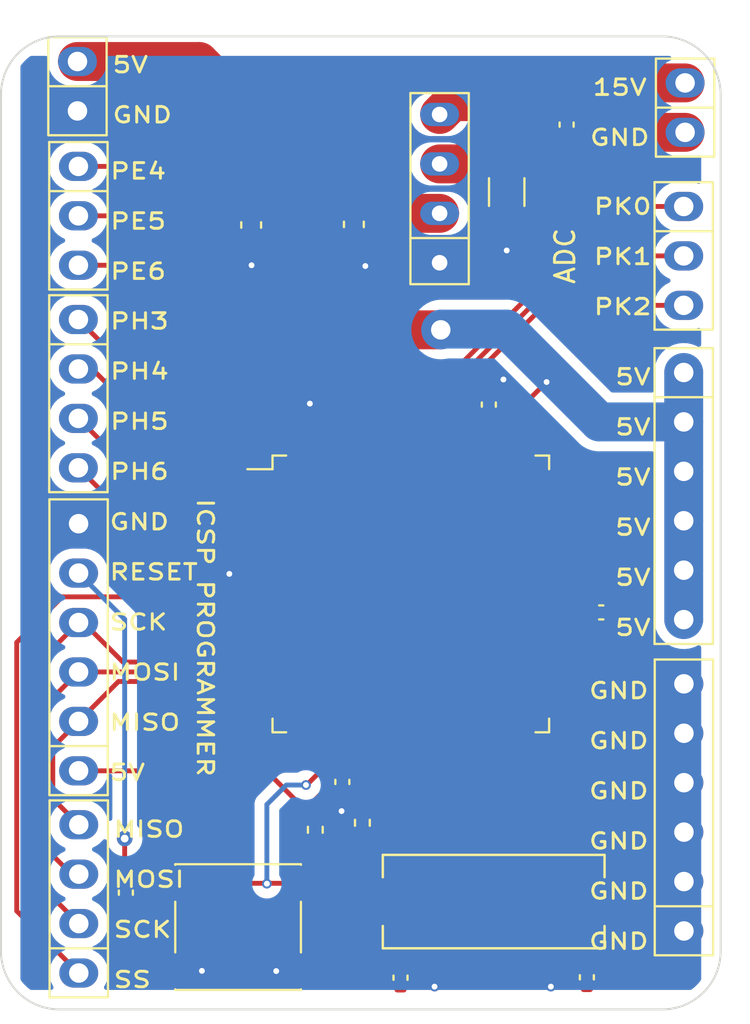
<source format=kicad_pcb>
(kicad_pcb (version 20211014) (generator pcbnew)
  (layers (0 "F.Cu" signal) (31 "B.Cu" signal) (34 "B.Paste" user) (35 "F.Paste" user) (36 "B.SilkS" user "B.Silkscreen") (37 "F.SilkS" user "F.Silkscreen") (38 "B.Mask" user) (39 "F.Mask" user) (44 "Edge.Cuts" user))
  (net 0 "")
  (net 1 "XTAL1")
  (net 2 "GND")
  (net 3 "Net-(C102-Pad1)")
  (net 4 "RESET")
  (net 5 "+5V")
  (net 6 "Net-(C202-Pad1)")
  (net 7 "Net-(C203-Pad2)")
  (net 8 "+15V")
  (net 9 "Net-(J101-Pad1)")
  (net 10 "Net-(J101-Pad2)")
  (net 11 "Net-(J101-Pad3)")
  (net 12 "Net-(J101-Pad4)")
  (net 13 "SS")
  (net 14 "SCK")
  (net 15 "MOSI")
  (net 16 "MISO")
  (net 17 "Net-(J103-Pad1)")
  (net 18 "Net-(J103-Pad2)")
  (net 19 "Net-(J103-Pad3)")
  (net 20 "Net-(J105-Pad1)")
  (net 21 "Net-(J105-Pad2)")
  (net 22 "Net-(J105-Pad3)")
  (net 39 "XTAL2")
  (footprint "Capacitor_SMD:C_0402_1005Metric" (layer "F.Cu") (at 88.42 106 -90)
    (fp_text reference "C103")
    (fp_text value "22pF")
    (pad "1" smd roundrect (at -0.48 0 270) (size 0.56 0.62) (layers "F.Cu" "F.Paste" "F.Mask") (net 4 "RESET"))
    (pad "2" smd roundrect (at 0.48 0 270) (size 0.56 0.62) (layers "F.Cu" "F.Paste" "F.Mask") (net 2 "GND"))
  )
  (footprint "Button_Switch_SMD:SW_SPST_PTS645" (layer "F.Cu") (at 94.19 107.77)
    (fp_text reference "SW101")
    (fp_text value "RESET")
    (pad "1" smd rect (at 3.98 -2.25) (size 1.55 1.3) (layers "F.Cu" "F.Paste" "F.Mask") (net 4 "RESET"))
    (pad "1" smd rect (at -3.98 -2.25) (size 1.55 1.3) (layers "F.Cu" "F.Paste" "F.Mask") (net 4 "RESET"))
    (pad "2" smd rect (at 3.98 2.25) (size 1.55 1.3) (layers "F.Cu" "F.Paste" "F.Mask") (net 2 "GND"))
    (pad "2" smd rect (at -3.98 2.25) (size 1.55 1.3) (layers "F.Cu" "F.Paste" "F.Mask") (net 2 "GND"))
  )
  (footprint "Footprints:SIP-4_1mm Hole" (layer "F.Cu") (at 85.98 80.36 -90)
    (fp_text reference "J101")
    (fp_text value "Conn_01x04")
    (pad "1" thru_hole oval (at -3.81 0 270) (size 1.5 2) (drill 1) (layers *.Cu *.Mask) (net 9 "Net-(J101-Pad1)"))
    (pad "2" thru_hole oval (at -1.27 0 270) (size 1.5 2) (drill 1) (layers *.Cu *.Mask) (net 10 "Net-(J101-Pad2)"))
    (pad "3" thru_hole oval (at 1.27 0 270) (size 1.5 2) (drill 1) (layers *.Cu *.Mask) (net 11 "Net-(J101-Pad3)"))
    (pad "4" thru_hole oval (at 3.81 0 270) (size 1.5 2) (drill 1) (layers *.Cu *.Mask) (net 12 "Net-(J101-Pad4)"))
  )
  (footprint "Capacitor_SMD:C_0402_1005Metric" (layer "F.Cu") (at 107.08 80.92 90)
    (fp_text reference "C104")
    (fp_text value "100n")
    (pad "1" smd roundrect (at -0.48 0 90) (size 0.56 0.62) (layers "F.Cu" "F.Paste" "F.Mask") (net 5 "+5V"))
    (pad "2" smd roundrect (at 0.48 0 90) (size 0.56 0.62) (layers "F.Cu" "F.Paste" "F.Mask") (net 2 "GND"))
  )
  (footprint "Capacitor_SMD:C_0402_1005Metric" (layer "F.Cu") (at 112.86 91.6)
    (fp_text reference "C106")
    (fp_text value "100n")
    (pad "1" smd roundrect (at -0.48 0) (size 0.56 0.62) (layers "F.Cu" "F.Paste" "F.Mask") (net 5 "+5V"))
    (pad "2" smd roundrect (at 0.48 0) (size 0.56 0.62) (layers "F.Cu" "F.Paste" "F.Mask") (net 2 "GND"))
  )
  (footprint "Oscillator:XTAL_ECS-160-S-5PX-TR" (layer "F.Cu") (at 107.33 106.46)
    (fp_text reference "Y101")
    (fp_text value "16 MHz")
    (pad "1" smd rect (at -4.75 0) (size 5.5 2) (layers "F.Cu" "F.Paste" "F.Mask") (net 3 "Net-(C102-Pad1)"))
    (pad "2" smd rect (at 4.75 0) (size 5.5 2) (layers "F.Cu" "F.Paste" "F.Mask") (net 1 "XTAL1"))
  )
  (footprint "Footprints:SIP-4_1mm Hole" (layer "F.Cu") (at 86 106.32 90)
    (fp_text reference "J102")
    (fp_text value "Conn_01x04")
    (pad "1" thru_hole oval (at -3.81 0 90) (size 1.5 2) (drill 1) (layers *.Cu *.Mask) (net 13 "SS"))
    (pad "2" thru_hole oval (at -1.27 0 90) (size 1.5 2) (drill 1) (layers *.Cu *.Mask) (net 14 "SCK"))
    (pad "3" thru_hole oval (at 1.27 0 90) (size 1.5 2) (drill 1) (layers *.Cu *.Mask) (net 15 "MOSI"))
    (pad "4" thru_hole oval (at 3.81 0 90) (size 1.5 2) (drill 1) (layers *.Cu *.Mask) (net 16 "MISO"))
  )
  (footprint "Footprints:SIP-6_1mm_2.54mm" (layer "F.Cu") (at 85.99 93.39 90)
    (fp_text reference "J104")
    (fp_text value "ICSP_Connector")
    (pad "1" thru_hole oval (at -6.35 0 90) (size 1.5 2) (drill 1) (layers *.Cu *.Mask) (net 5 "+5V"))
    (pad "2" thru_hole oval (at -3.81 0 90) (size 1.5 2) (drill 1) (layers *.Cu *.Mask) (net 16 "MISO"))
    (pad "3" thru_hole oval (at -1.27 0 90) (size 1.5 2) (drill 1) (layers *.Cu *.Mask) (net 15 "MOSI"))
    (pad "4" thru_hole oval (at 1.27 0 90) (size 1.5 2) (drill 1) (layers *.Cu *.Mask) (net 14 "SCK"))
    (pad "5" thru_hole oval (at 3.81 0 90) (size 1.5 2) (drill 1) (layers *.Cu *.Mask) (net 4 "RESET"))
    (pad "6" thru_hole oval (at 6.35 0 90) (size 1.5 2) (drill 1) (layers *.Cu *.Mask) (net 2 "GND"))
  )
  (footprint "Capacitor_SMD:C_0603_1608Metric" (layer "F.Cu") (at 94.862712 71.69 -90)
    (fp_text reference "C201")
    (fp_text value "4.7uF/25V")
    (pad "1" smd roundrect (at -0.775 0 270) (size 0.9 0.95) (layers "F.Cu" "F.Paste" "F.Mask") (net 5 "+5V"))
    (pad "2" smd roundrect (at 0.775 0 270) (size 0.9 0.95) (layers "F.Cu" "F.Paste" "F.Mask") (net 2 "GND"))
  )
  (footprint "Resistor_SMD:R_0402_1005Metric" (layer "F.Cu") (at 98.16 102.77 90)
    (fp_text reference "R102")
    (fp_text value "10K")
    (pad "1" smd roundrect (at -0.51 0 90) (size 0.54 0.64) (layers "F.Cu" "F.Paste" "F.Mask") (net 4 "RESET"))
    (pad "2" smd roundrect (at 0.51 0 90) (size 0.54 0.64) (layers "F.Cu" "F.Paste" "F.Mask") (net 5 "+5V"))
  )
  (footprint "Footprints:IND_1919(4848)" (layer "F.Cu") (at 97.052712 65.86 90)
    (fp_text reference "L201")
    (fp_text value "L_Ferrite")
    (pad "1" smd custom (at 0 -2.295 90) (size 0.5 0.5) (layers "F.Cu") (net 5 "+5V") (options (clearance outline) (anchor rect)) (primitives (gr_poly (pts (xy 2.65 1.545) (xy 1.65 1.545) (xy 1.62 1.484) (xy 1.588 1.423) (xy 1.553 1.364) (xy 1.516 1.306) (xy 1.476 1.25) (xy 1.435 1.194) (xy 1.392 1.141) (xy 1.346 1.089) (xy 1.299 1.039) (xy 1.25 0.991) (xy 1.199 0.945) (xy 1.146 0.901) (xy 1.092 0.858) (xy 1.036 0.818) (xy 0.979 0.78) (xy 0.92 0.744) (xy 0.86 0.711) (xy 0.799 0.679) (xy 0.736 0.65) (xy 0.673 0.624) (xy 0.608 0.599) (xy 0.543 0.578) (xy 0.477 0.558) (xy 0.41 0.542) (xy 0.343 0.527) (xy 0.275 0.516) (xy 0.207 0.507) (xy 0.138 0.5) (xy 0.07 0.496) (xy 0 0.495) (xy -0.07 0.496) (xy -0.138 0.5) (xy -0.207 0.507) (xy -0.275 0.516) (xy -0.343 0.527) (xy -0.41 0.542) (xy -0.477 0.558) (xy -0.543 0.578) (xy -0.608 0.599) (xy -0.673 0.624) (xy -0.736 0.65) (xy -0.799 0.679) (xy -0.86 0.711) (xy -0.92 0.744) (xy -0.979 0.78) (xy -1.036 0.818) (xy -1.092 0.858) (xy -1.146 0.901) (xy -1.199 0.945) (xy -1.25 0.991) (xy -1.299 1.039) (xy -1.346 1.089) (xy -1.392 1.141) (xy -1.435 1.194) (xy -1.476 1.25) (xy -1.516 1.306) (xy -1.553 1.364) (xy -1.588 1.423) (xy -1.62 1.484) (xy -1.65 1.545) (xy -2.65 1.545) (xy -2.65 -0.455) (xy 2.65 -0.455)) (width 0) (fill yes))))
    (pad "2" smd custom (at 0 2.295 90) (size 0.5 0.5) (layers "F.Cu") (net 6 "Net-(C202-Pad1)") (options (clearance outline) (anchor rect)) (primitives (gr_poly (pts (xy -1.62 -1.484) (xy -1.588 -1.423) (xy -1.553 -1.364) (xy -1.516 -1.306) (xy -1.476 -1.25) (xy -1.435 -1.194) (xy -1.392 -1.141) (xy -1.346 -1.089) (xy -1.299 -1.039) (xy -1.25 -0.991) (xy -1.199 -0.945) (xy -1.146 -0.901) (xy -1.092 -0.858) (xy -1.036 -0.818) (xy -0.979 -0.78) (xy -0.92 -0.744) (xy -0.86 -0.711) (xy -0.799 -0.679) (xy -0.736 -0.65) (xy -0.673 -0.624) (xy -0.608 -0.599) (xy -0.543 -0.578) (xy -0.477 -0.558) (xy -0.41 -0.542) (xy -0.343 -0.527) (xy -0.275 -0.516) (xy -0.207 -0.507) (xy -0.138 -0.5) (xy -0.07 -0.496) (xy 0 -0.495) (xy 0.07 -0.496) (xy 0.138 -0.5) (xy 0.207 -0.507) (xy 0.275 -0.516) (xy 0.343 -0.527) (xy 0.41 -0.542) (xy 0.477 -0.558) (xy 0.543 -0.578) (xy 0.608 -0.599) (xy 0.673 -0.624) (xy 0.736 -0.65) (xy 0.799 -0.679) (xy 0.86 -0.711) (xy 0.92 -0.744) (xy 0.979 -0.78) (xy 1.036 -0.818) (xy 1.092 -0.858) (xy 1.146 -0.901) (xy 1.199 -0.945) (xy 1.25 -0.991) (xy 1.299 -1.039) (xy 1.346 -1.089) (xy 1.392 -1.141) (xy 1.435 -1.194) (xy 1.476 -1.25) (xy 1.516 -1.306) (xy 1.553 -1.364) (xy 1.588 -1.423) (xy 1.62 -1.484) (xy 1.65 -1.545) (xy 2.65 -1.545) (xy 2.65 0.455) (xy -2.65 0.455) (xy -2.65 -1.545) (xy -1.65 -1.545)) (width 0) (fill yes))))
  )
  (footprint "Capacitor_SMD:C_1206_3216Metric" (layer "F.Cu") (at 108 70 90)
    (fp_text reference "C203")
    (fp_text value "270pF/2KV")
    (pad "1" smd roundrect (at -1.475 0 90) (size 1.15 1.8) (layers "F.Cu" "F.Paste" "F.Mask") (roundrect_rratio 0.2173913043) (net 2 "GND"))
    (pad "2" smd roundrect (at 1.475 0 90) (size 1.15 1.8) (layers "F.Cu" "F.Paste" "F.Mask") (roundrect_rratio 0.2173913043) (net 7 "Net-(C203-Pad2)"))
  )
  (footprint "Capacitor_SMD:C_0402_1005Metric" (layer "F.Cu") (at 112.12 110.35 -90)
    (fp_text reference "C101")
    (fp_text value "22pF")
    (pad "1" smd roundrect (at -0.48 0 270) (size 0.56 0.62) (layers "F.Cu" "F.Paste" "F.Mask") (net 1 "XTAL1"))
    (pad "2" smd roundrect (at 0.48 0 270) (size 0.56 0.62) (layers "F.Cu" "F.Paste" "F.Mask") (net 2 "GND"))
  )
  (footprint "Resistor_SMD:R_0402_1005Metric" (layer "F.Cu") (at 100.58 102.41 90)
    (fp_text reference "R101")
    (fp_text value "27R")
    (pad "1" smd roundrect (at -0.51 0 90) (size 0.54 0.64) (layers "F.Cu" "F.Paste" "F.Mask") (net 3 "Net-(C102-Pad1)"))
    (pad "2" smd roundrect (at 0.51 0 90) (size 0.54 0.64) (layers "F.Cu" "F.Paste" "F.Mask") (net 39 "XTAL2"))
  )
  (footprint "Package_QFP:TQFP-100_14x14mm_P0.5mm" (layer "F.Cu") (at 103.07 90.65)
    (fp_text reference "U101")
    (fp_text value "ATmega2560V-8A")
    (pad "1" smd roundrect (at -7.6625 -6) (size 1.475 0.3) (layers "F.Cu" "F.Paste" "F.Mask"))
    (pad "2" smd roundrect (at -7.6625 -5.5) (size 1.475 0.3) (layers "F.Cu" "F.Paste" "F.Mask"))
    (pad "3" smd roundrect (at -7.6625 -5) (size 1.475 0.3) (layers "F.Cu" "F.Paste" "F.Mask"))
    (pad "4" smd roundrect (at -7.6625 -4.5) (size 1.475 0.3) (layers "F.Cu" "F.Paste" "F.Mask"))
    (pad "5" smd roundrect (at -7.6625 -4) (size 1.475 0.3) (layers "F.Cu" "F.Paste" "F.Mask"))
    (pad "6" smd roundrect (at -7.6625 -3.5) (size 1.475 0.3) (layers "F.Cu" "F.Paste" "F.Mask") (net 17 "Net-(J103-Pad1)"))
    (pad "7" smd roundrect (at -7.6625 -3) (size 1.475 0.3) (layers "F.Cu" "F.Paste" "F.Mask") (net 18 "Net-(J103-Pad2)"))
    (pad "8" smd roundrect (at -7.6625 -2.5) (size 1.475 0.3) (layers "F.Cu" "F.Paste" "F.Mask") (net 19 "Net-(J103-Pad3)"))
    (pad "9" smd roundrect (at -7.6625 -2) (size 1.475 0.3) (layers "F.Cu" "F.Paste" "F.Mask"))
    (pad "10" smd roundrect (at -7.6625 -1.5) (size 1.475 0.3) (layers "F.Cu" "F.Paste" "F.Mask") (net 5 "+5V"))
    (pad "11" smd roundrect (at -7.6625 -1) (size 1.475 0.3) (layers "F.Cu" "F.Paste" "F.Mask") (net 2 "GND"))
    (pad "12" smd roundrect (at -7.6625 -0.5) (size 1.475 0.3) (layers "F.Cu" "F.Paste" "F.Mask"))
    (pad "13" smd roundrect (at -7.6625 0) (size 1.475 0.3) (layers "F.Cu" "F.Paste" "F.Mask"))
    (pad "14" smd roundrect (at -7.6625 0.5) (size 1.475 0.3) (layers "F.Cu" "F.Paste" "F.Mask"))
    (pad "15" smd roundrect (at -7.6625 1) (size 1.475 0.3) (layers "F.Cu" "F.Paste" "F.Mask") (net 9 "Net-(J101-Pad1)"))
    (pad "16" smd roundrect (at -7.6625 1.5) (size 1.475 0.3) (layers "F.Cu" "F.Paste" "F.Mask") (net 10 "Net-(J101-Pad2)"))
    (pad "17" smd roundrect (at -7.6625 2) (size 1.475 0.3) (layers "F.Cu" "F.Paste" "F.Mask") (net 11 "Net-(J101-Pad3)"))
    (pad "18" smd roundrect (at -7.6625 2.5) (size 1.475 0.3) (layers "F.Cu" "F.Paste" "F.Mask") (net 12 "Net-(J101-Pad4)"))
    (pad "19" smd roundrect (at -7.6625 3) (size 1.475 0.3) (layers "F.Cu" "F.Paste" "F.Mask") (net 13 "SS"))
    (pad "20" smd roundrect (at -7.6625 3.5) (size 1.475 0.3) (layers "F.Cu" "F.Paste" "F.Mask") (net 14 "SCK"))
    (pad "21" smd roundrect (at -7.6625 4) (size 1.475 0.3) (layers "F.Cu" "F.Paste" "F.Mask") (net 15 "MOSI"))
    (pad "22" smd roundrect (at -7.6625 4.5) (size 1.475 0.3) (layers "F.Cu" "F.Paste" "F.Mask") (net 16 "MISO"))
    (pad "23" smd roundrect (at -7.6625 5) (size 1.475 0.3) (layers "F.Cu" "F.Paste" "F.Mask"))
    (pad "24" smd roundrect (at -7.6625 5.5) (size 1.475 0.3) (layers "F.Cu" "F.Paste" "F.Mask"))
    (pad "25" smd roundrect (at -7.6625 6) (size 1.475 0.3) (layers "F.Cu" "F.Paste" "F.Mask"))
    (pad "26" smd roundrect (at -6 7.6625) (size 0.3 1.475) (layers "F.Cu" "F.Paste" "F.Mask"))
    (pad "27" smd roundrect (at -5.5 7.6625) (size 0.3 1.475) (layers "F.Cu" "F.Paste" "F.Mask"))
    (pad "28" smd roundrect (at -5 7.6625) (size 0.3 1.475) (layers "F.Cu" "F.Paste" "F.Mask"))
    (pad "29" smd roundrect (at -4.5 7.6625) (size 0.3 1.475) (layers "F.Cu" "F.Paste" "F.Mask"))
    (pad "30" smd roundrect (at -4 7.6625) (size 0.3 1.475) (layers "F.Cu" "F.Paste" "F.Mask") (net 4 "RESET"))
    (pad "31" smd roundrect (at -3.5 7.6625) (size 0.3 1.475) (layers "F.Cu" "F.Paste" "F.Mask") (net 5 "+5V"))
    (pad "32" smd roundrect (at -3 7.6625) (size 0.3 1.475) (layers "F.Cu" "F.Paste" "F.Mask") (net 2 "GND"))
    (pad "33" smd roundrect (at -2.5 7.6625) (size 0.3 1.475) (layers "F.Cu" "F.Paste" "F.Mask") (net 39 "XTAL2"))
    (pad "34" smd roundrect (at -2 7.6625) (size 0.3 1.475) (layers "F.Cu" "F.Paste" "F.Mask") (net 1 "XTAL1"))
    (pad "35" smd roundrect (at -1.5 7.6625) (size 0.3 1.475) (layers "F.Cu" "F.Paste" "F.Mask"))
    (pad "36" smd roundrect (at -1 7.6625) (size 0.3 1.475) (layers "F.Cu" "F.Paste" "F.Mask"))
    (pad "37" smd roundrect (at -0.5 7.6625) (size 0.3 1.475) (layers "F.Cu" "F.Paste" "F.Mask"))
    (pad "38" smd roundrect (at 0 7.6625) (size 0.3 1.475) (layers "F.Cu" "F.Paste" "F.Mask"))
    (pad "39" smd roundrect (at 0.5 7.6625) (size 0.3 1.475) (layers "F.Cu" "F.Paste" "F.Mask"))
    (pad "40" smd roundrect (at 1 7.6625) (size 0.3 1.475) (layers "F.Cu" "F.Paste" "F.Mask"))
    (pad "41" smd roundrect (at 1.5 7.6625) (size 0.3 1.475) (layers "F.Cu" "F.Paste" "F.Mask"))
    (pad "42" smd roundrect (at 2 7.6625) (size 0.3 1.475) (layers "F.Cu" "F.Paste" "F.Mask"))
    (pad "43" smd roundrect (at 2.5 7.6625) (size 0.3 1.475) (layers "F.Cu" "F.Paste" "F.Mask"))
    (pad "44" smd roundrect (at 3 7.6625) (size 0.3 1.475) (layers "F.Cu" "F.Paste" "F.Mask"))
    (pad "45" smd roundrect (at 3.5 7.6625) (size 0.3 1.475) (layers "F.Cu" "F.Paste" "F.Mask"))
    (pad "46" smd roundrect (at 4 7.6625) (size 0.3 1.475) (layers "F.Cu" "F.Paste" "F.Mask"))
    (pad "47" smd roundrect (at 4.5 7.6625) (size 0.3 1.475) (layers "F.Cu" "F.Paste" "F.Mask"))
    (pad "48" smd roundrect (at 5 7.6625) (size 0.3 1.475) (layers "F.Cu" "F.Paste" "F.Mask"))
    (pad "49" smd roundrect (at 5.5 7.6625) (size 0.3 1.475) (layers "F.Cu" "F.Paste" "F.Mask"))
    (pad "50" smd roundrect (at 6 7.6625) (size 0.3 1.475) (layers "F.Cu" "F.Paste" "F.Mask"))
    (pad "51" smd roundrect (at 7.6625 6) (size 1.475 0.3) (layers "F.Cu" "F.Paste" "F.Mask"))
    (pad "52" smd roundrect (at 7.6625 5.5) (size 1.475 0.3) (layers "F.Cu" "F.Paste" "F.Mask"))
    (pad "53" smd roundrect (at 7.6625 5) (size 1.475 0.3) (layers "F.Cu" "F.Paste" "F.Mask"))
    (pad "54" smd roundrect (at 7.6625 4.5) (size 1.475 0.3) (layers "F.Cu" "F.Paste" "F.Mask"))
    (pad "55" smd roundrect (at 7.6625 4) (size 1.475 0.3) (layers "F.Cu" "F.Paste" "F.Mask"))
    (pad "56" smd roundrect (at 7.6625 3.5) (size 1.475 0.3) (layers "F.Cu" "F.Paste" "F.Mask"))
    (pad "57" smd roundrect (at 7.6625 3) (size 1.475 0.3) (layers "F.Cu" "F.Paste" "F.Mask"))
    (pad "58" smd roundrect (at 7.6625 2.5) (size 1.475 0.3) (layers "F.Cu" "F.Paste" "F.Mask"))
    (pad "59" smd roundrect (at 7.6625 2) (size 1.475 0.3) (layers "F.Cu" "F.Paste" "F.Mask"))
    (pad "60" smd roundrect (at 7.6625 1.5) (size 1.475 0.3) (layers "F.Cu" "F.Paste" "F.Mask"))
    (pad "61" smd roundrect (at 7.6625 1) (size 1.475 0.3) (layers "F.Cu" "F.Paste" "F.Mask") (net 5 "+5V"))
    (pad "62" smd roundrect (at 7.6625 0.5) (size 1.475 0.3) (layers "F.Cu" "F.Paste" "F.Mask") (net 2 "GND"))
    (pad "63" smd roundrect (at 7.6625 0) (size 1.475 0.3) (layers "F.Cu" "F.Paste" "F.Mask"))
    (pad "64" smd roundrect (at 7.6625 -0.5) (size 1.475 0.3) (layers "F.Cu" "F.Paste" "F.Mask"))
    (pad "65" smd roundrect (at 7.6625 -1) (size 1.475 0.3) (layers "F.Cu" "F.Paste" "F.Mask"))
    (pad "66" smd roundrect (at 7.6625 -1.5) (size 1.475 0.3) (layers "F.Cu" "F.Paste" "F.Mask"))
    (pad "67" smd roundrect (at 7.6625 -2) (size 1.475 0.3) (layers "F.Cu" "F.Paste" "F.Mask"))
    (pad "68" smd roundrect (at 7.6625 -2.5) (size 1.475 0.3) (layers "F.Cu" "F.Paste" "F.Mask"))
    (pad "69" smd roundrect (at 7.6625 -3) (size 1.475 0.3) (layers "F.Cu" "F.Paste" "F.Mask"))
    (pad "70" smd roundrect (at 7.6625 -3.5) (size 1.475 0.3) (layers "F.Cu" "F.Paste" "F.Mask"))
    (pad "71" smd roundrect (at 7.6625 -4) (size 1.475 0.3) (layers "F.Cu" "F.Paste" "F.Mask"))
    (pad "72" smd roundrect (at 7.6625 -4.5) (size 1.475 0.3) (layers "F.Cu" "F.Paste" "F.Mask"))
    (pad "73" smd roundrect (at 7.6625 -5) (size 1.475 0.3) (layers "F.Cu" "F.Paste" "F.Mask"))
    (pad "74" smd roundrect (at 7.6625 -5.5) (size 1.475 0.3) (layers "F.Cu" "F.Paste" "F.Mask"))
    (pad "75" smd roundrect (at 7.6625 -6) (size 1.475 0.3) (layers "F.Cu" "F.Paste" "F.Mask"))
    (pad "76" smd roundrect (at 6 -7.6625) (size 0.3 1.475) (layers "F.Cu" "F.Paste" "F.Mask"))
    (pad "77" smd roundrect (at 5.5 -7.6625) (size 0.3 1.475) (layers "F.Cu" "F.Paste" "F.Mask"))
    (pad "78" smd roundrect (at 5 -7.6625) (size 0.3 1.475) (layers "F.Cu" "F.Paste" "F.Mask"))
    (pad "79" smd roundrect (at 4.5 -7.6625) (size 0.3 1.475) (layers "F.Cu" "F.Paste" "F.Mask"))
    (pad "80" smd roundrect (at 4 -7.6625) (size 0.3 1.475) (layers "F.Cu" "F.Paste" "F.Mask") (net 5 "+5V"))
    (pad "81" smd roundrect (at 3.5 -7.6625) (size 0.3 1.475) (layers "F.Cu" "F.Paste" "F.Mask") (net 2 "GND"))
    (pad "82" smd roundrect (at 3 -7.6625) (size 0.3 1.475) (layers "F.Cu" "F.Paste" "F.Mask"))
    (pad "83" smd roundrect (at 2.5 -7.6625) (size 0.3 1.475) (layers "F.Cu" "F.Paste" "F.Mask"))
    (pad "84" smd roundrect (at 2 -7.6625) (size 0.3 1.475) (layers "F.Cu" "F.Paste" "F.Mask"))
    (pad "85" smd roundrect (at 1.5 -7.6625) (size 0.3 1.475) (layers "F.Cu" "F.Paste" "F.Mask"))
    (pad "86" smd roundrect (at 1 -7.6625) (size 0.3 1.475) (layers "F.Cu" "F.Paste" "F.Mask"))
    (pad "87" smd roundrect (at 0.5 -7.6625) (size 0.3 1.475) (layers "F.Cu" "F.Paste" "F.Mask") (net 22 "Net-(J105-Pad3)"))
    (pad "88" smd roundrect (at 0 -7.6625) (size 0.3 1.475) (layers "F.Cu" "F.Paste" "F.Mask") (net 21 "Net-(J105-Pad2)"))
    (pad "89" smd roundrect (at -0.5 -7.6625) (size 0.3 1.475) (layers "F.Cu" "F.Paste" "F.Mask") (net 20 "Net-(J105-Pad1)"))
    (pad "90" smd roundrect (at -1 -7.6625) (size 0.3 1.475) (layers "F.Cu" "F.Paste" "F.Mask"))
    (pad "91" smd roundrect (at -1.5 -7.6625) (size 0.3 1.475) (layers "F.Cu" "F.Paste" "F.Mask"))
    (pad "92" smd roundrect (at -2 -7.6625) (size 0.3 1.475) (layers "F.Cu" "F.Paste" "F.Mask"))
    (pad "93" smd roundrect (at -2.5 -7.6625) (size 0.3 1.475) (layers "F.Cu" "F.Paste" "F.Mask"))
    (pad "94" smd roundrect (at -3 -7.6625) (size 0.3 1.475) (layers "F.Cu" "F.Paste" "F.Mask"))
    (pad "95" smd roundrect (at -3.5 -7.6625) (size 0.3 1.475) (layers "F.Cu" "F.Paste" "F.Mask"))
    (pad "96" smd roundrect (at -4 -7.6625) (size 0.3 1.475) (layers "F.Cu" "F.Paste" "F.Mask"))
    (pad "97" smd roundrect (at -4.5 -7.6625) (size 0.3 1.475) (layers "F.Cu" "F.Paste" "F.Mask"))
    (pad "98" smd roundrect (at -5 -7.6625) (size 0.3 1.475) (layers "F.Cu" "F.Paste" "F.Mask"))
    (pad "99" smd roundrect (at -5.5 -7.6625) (size 0.3 1.475) (layers "F.Cu" "F.Paste" "F.Mask") (net 2 "GND"))
    (pad "100" smd roundrect (at -6 -7.6625) (size 0.3 1.475) (layers "F.Cu" "F.Paste" "F.Mask") (net 5 "+5V"))
  )
  (footprint "Footprints:SIP-6_1mm_2.54mm" (layer "F.Cu") (at 117.1 85.62 -90)
    (fp_text reference "J201")
    (fp_text value "Conn_01x06")
    (pad "1" thru_hole oval (at -6.35 0 270) (size 1.5 2) (drill 1) (layers *.Cu *.Mask) (net 5 "+5V"))
    (pad "2" thru_hole oval (at -3.81 0 270) (size 1.5 2) (drill 1) (layers *.Cu *.Mask) (net 5 "+5V"))
    (pad "3" thru_hole oval (at -1.27 0 270) (size 1.5 2) (drill 1) (layers *.Cu *.Mask) (net 5 "+5V"))
    (pad "4" thru_hole oval (at 1.27 0 270) (size 1.5 2) (drill 1) (layers *.Cu *.Mask) (net 5 "+5V"))
    (pad "5" thru_hole oval (at 3.81 0 270) (size 1.5 2) (drill 1) (layers *.Cu *.Mask) (net 5 "+5V"))
    (pad "6" thru_hole oval (at 6.35 0 270) (size 1.5 2) (drill 1) (layers *.Cu *.Mask) (net 5 "+5V"))
  )
  (footprint "Footprints:SIP-3_1mm Hole" (layer "F.Cu") (at 85.98 71.22 -90)
    (fp_text reference "J103")
    (fp_text value "Conn_01x03")
    (pad "1" thru_hole oval (at -2.54 0 270) (size 1.5 2) (drill 1) (layers *.Cu *.Mask) (net 17 "Net-(J103-Pad1)"))
    (pad "2" thru_hole oval (at 0 0 270) (size 1.5 2) (drill 1) (layers *.Cu *.Mask) (net 18 "Net-(J103-Pad2)"))
    (pad "3" thru_hole oval (at 2.54 0 270) (size 1.5 2) (drill 1) (layers *.Cu *.Mask) (net 19 "Net-(J103-Pad3)"))
  )
  (footprint "Capacitor_SMD:C_0402_1005Metric" (layer "F.Cu") (at 99.55 100.31 -90)
    (fp_text reference "C105")
    (fp_text value "100n")
    (pad "1" smd roundrect (at -0.48 0 270) (size 0.56 0.62) (layers "F.Cu" "F.Paste" "F.Mask") (net 5 "+5V"))
    (pad "2" smd roundrect (at 0.48 0 270) (size 0.56 0.62) (layers "F.Cu" "F.Paste" "F.Mask") (net 2 "GND"))
  )
  (footprint "Capacitor_SMD:C_0402_1005Metric" (layer "F.Cu") (at 111.08 66.5325 -90)
    (fp_text reference "C204")
    (fp_text value "1uF/25V")
    (pad "1" smd roundrect (at -0.48 0 270) (size 0.56 0.62) (layers "F.Cu" "F.Paste" "F.Mask") (net 8 "+15V"))
    (pad "2" smd roundrect (at 0.48 0 270) (size 0.56 0.62) (layers "F.Cu" "F.Paste" "F.Mask") (net 7 "Net-(C203-Pad2)"))
  )
  (footprint "Footprints:SIP-4" (layer "F.Cu") (at 104.55 69.8225 90)
    (fp_text reference "U201")
    (fp_text value "PQSO75-S")
    (pad "1" thru_hole oval (at -3.81 0 90) (size 1.2 2) (drill 0.8) (layers *.Cu *.Mask) (net 2 "GND"))
    (pad "2" thru_hole oval (at -1.27 0 90) (size 1.2 2) (drill 0.8) (layers *.Cu *.Mask) (net 6 "Net-(C202-Pad1)"))
    (pad "3" thru_hole oval (at 1.27 0 90) (size 1.2 2) (drill 0.8) (layers *.Cu *.Mask) (net 7 "Net-(C203-Pad2)"))
    (pad "4" thru_hole oval (at 3.81 0 90) (size 1.2 2) (drill 0.8) (layers *.Cu *.Mask) (net 8 "+15V"))
  )
  (footprint "Capacitor_SMD:C_0603_1608Metric" (layer "F.Cu") (at 100.142712 71.66 -90)
    (fp_text reference "C202")
    (fp_text value "4.7uF/25V")
    (pad "1" smd roundrect (at -0.775 0 270) (size 0.9 0.95) (layers "F.Cu" "F.Paste" "F.Mask") (net 6 "Net-(C202-Pad1)"))
    (pad "2" smd roundrect (at 0.775 0 270) (size 0.9 0.95) (layers "F.Cu" "F.Paste" "F.Mask") (net 2 "GND"))
  )
  (footprint "Footprints:SIP-6_1mm_2.54mm" (layer "F.Cu") (at 117.11 101.62 90)
    (fp_text reference "J202")
    (fp_text value "Conn_01x06")
    (pad "1" thru_hole oval (at -6.35 0 90) (size 1.5 2) (drill 1) (layers *.Cu *.Mask) (net 2 "GND"))
    (pad "2" thru_hole oval (at -3.81 0 90) (size 1.5 2) (drill 1) (layers *.Cu *.Mask) (net 2 "GND"))
    (pad "3" thru_hole oval (at -1.27 0 90) (size 1.5 2) (drill 1) (layers *.Cu *.Mask) (net 2 "GND"))
    (pad "4" thru_hole oval (at 1.27 0 90) (size 1.5 2) (drill 1) (layers *.Cu *.Mask) (net 2 "GND"))
    (pad "5" thru_hole oval (at 3.81 0 90) (size 1.5 2) (drill 1) (layers *.Cu *.Mask) (net 2 "GND"))
    (pad "6" thru_hole oval (at 6.35 0 90) (size 1.5 2) (drill 1) (layers *.Cu *.Mask) (net 2 "GND"))
  )
  (footprint "Capacitor_SMD:C_0402_1005Metric" (layer "F.Cu") (at 102.54 110.37 -90)
    (fp_text reference "C102")
    (fp_text value "22pF")
    (pad "1" smd roundrect (at -0.48 0 270) (size 0.56 0.62) (layers "F.Cu" "F.Paste" "F.Mask") (net 3 "Net-(C102-Pad1)"))
    (pad "2" smd roundrect (at 0.48 0 270) (size 0.56 0.62) (layers "F.Cu" "F.Paste" "F.Mask") (net 2 "GND"))
  )
  (footprint "Footprints:SIP-2_1mm_2.54mm" (layer "F.Cu") (at 117.17 65.66 -90)
    (fp_text reference "J204")
    (fp_text value "PWR_OUT")
    (pad "1" thru_hole oval (at -1.27 0 270) (size 1.5 2) (drill 1) (layers *.Cu *.Mask) (net 8 "+15V"))
    (pad "2" thru_hole oval (at 1.27 0 270) (size 1.5 2) (drill 1) (layers *.Cu *.Mask) (net 7 "Net-(C203-Pad2)"))
  )
  (footprint "Footprints:SIP-2_1mm_2.54mm" (layer "F.Cu") (at 85.932712 64.56 -90)
    (fp_text reference "J203")
    (fp_text value "PWR_IN")
    (pad "1" thru_hole oval (at -1.27 0 270) (size 1.5 2) (drill 1) (layers *.Cu *.Mask) (net 5 "+5V"))
    (pad "2" thru_hole oval (at 1.27 0 270) (size 1.5 2) (drill 1) (layers *.Cu *.Mask) (net 2 "GND"))
  )
  (footprint "Footprints:SIP-3_1mm Hole" (layer "F.Cu") (at 117.1 73.28 -90)
    (fp_text reference "J105")
    (fp_text value "ADC")
    (pad "1" thru_hole oval (at -2.54 0 270) (size 1.5 2) (drill 1) (layers *.Cu *.Mask) (net 20 "Net-(J105-Pad1)"))
    (pad "2" thru_hole oval (at 0 0 270) (size 1.5 2) (drill 1) (layers *.Cu *.Mask) (net 21 "Net-(J105-Pad2)"))
    (pad "3" thru_hole oval (at 2.54 0 270) (size 1.5 2) (drill 1) (layers *.Cu *.Mask) (net 22 "Net-(J105-Pad3)"))
  )
  (gr_arc (start 116 62) (mid 118.12132 62.87868) (end 119 65) (layer "Edge.Cuts") (width 0.1))
  (gr_arc (start 119 109) (mid 118.12132 111.12132) (end 116 112) (layer "Edge.Cuts") (width 0.1))
  (gr_line (start 85 62) (end 116 62) (layer "Edge.Cuts") (width 0.1))
  (gr_arc (start 85 112) (mid 82.87868 111.12132) (end 82 109) (layer "Edge.Cuts") (width 0.1))
  (gr_line (start 119 65) (end 119 109) (layer "Edge.Cuts") (width 0.1))
  (gr_arc (start 82 65) (mid 82.87868 62.87868) (end 85 62) (layer "Edge.Cuts") (width 0.1))
  (gr_line (start 85 112) (end 116 112) (layer "Edge.Cuts") (width 0.1))
  (gr_line (start 82 109) (end 82 65) (layer "Edge.Cuts") (width 0.1))
  (gr_text "5V\n\n5V\n\n5V\n\n5V\n\n5V\n\n5V\n\n\n" (at 114.49 87.23) (layer "F.SilkS") (effects (font (size 0.8 1))))
  (gr_text "ICSP PROGRAMMER" (at 92.5 92.89 270) (layer "F.SilkS") (effects (font (size 0.8 1))))
  (gr_text "PE4\n\nPE5\n\nPE6\n" (at 89.052712 71.5) (layer "F.SilkS") (effects (font (size 0.8 1))))
  (gr_text "PH3\n\nPH4\n\nPH5\n\nPH6" (at 89.12 80.5) (layer "F.SilkS") (effects (font (size 0.8 1))))
  (gr_text "5V\n\nGND" (at 87.642712 64.75) (layer "F.SilkS") (effects (font (size 0.8 1)) (justify left)))
  (gr_text "GND\n\nRESET\n\nSCK\n\nMOSI\n\nMISO\n\n5V" (at 87.49 93.39) (layer "F.SilkS") (effects (font (size 0.8 1)) (justify left)))
  (gr_text "GND\n\nGND\n\nGND\n\nGND\n\nGND\n\nGND\n\n" (at 113.76 102.71) (layer "F.SilkS") (effects (font (size 0.8 1))))
  (gr_text "15V\n\nGND" (at 113.81 65.91) (layer "F.SilkS") (effects (font (size 0.8 1))))
  (gr_text "ADC" (at 111 73.28 90) (layer "F.SilkS") (effects (font (size 1 1))))
  (gr_text "MISO\n\nMOSI\n\nSCK\n\nSS" (at 87.7 106.61) (layer "F.SilkS") (effects (font (size 0.8 1)) (justify left)))
  (gr_text "PK0\n\nPK1\n\nPK2" (at 113.96 73.32) (layer "F.SilkS") (effects (font (size 0.8 1))))
  (segment (start 112.08 109.83) (end 112.08 106.46) (width 0.25) (layer "F.Cu") (net 1))
  (segment (start 112.12 109.87) (end 112.08 109.83) (width 0.25) (layer "F.Cu") (net 1))
  (segment (start 101.07 99.115006) (end 108.414994 106.46) (width 0.25) (layer "F.Cu") (net 1))
  (segment (start 101.07 98.3125) (end 101.07 99.115006) (width 0.25) (layer "F.Cu") (net 1))
  (segment (start 108.414994 106.46) (end 112.08 106.46) (width 0.25) (layer "F.Cu") (net 1))
  (segment (start 106.57 82.9875) (end 106.57 81.85693) (width 0.25) (layer "F.Cu") (net 2))
  (segment (start 99.62 101.67) (end 99.62 101.68) (width 0.25) (layer "F.Cu") (net 2))
  (segment (start 93.77 89.65) (end 93.74 89.62) (width 0.25) (layer "F.Cu") (net 2))
  (segment (start 106.44548 81.06759) (end 107.07307 80.44) (width 0.25) (layer "F.Cu") (net 2))
  (segment (start 99.62 101.67) (end 99.62 101.7) (width 0.25) (layer "F.Cu") (net 2))
  (segment (start 106.57 81.85693) (end 106.44548 81.73241) (width 0.25) (layer "F.Cu") (net 2))
  (segment (start 90.21 110.02) (end 92.33 110.02) (width 0.25) (layer "F.Cu") (net 2))
  (segment (start 107.08 80.38) (end 107.83 79.63) (width 0.25) (layer "F.Cu") (net 2))
  (segment (start 112.04759 90.96548) (end 112.94548 90.96548) (width 0.25) (layer "F.Cu") (net 2))
  (segment (start 108 71.2175) (end 108 72.7825) (width 0.25) (layer "F.Cu") (net 2))
  (segment (start 111.86307 91.15) (end 112.04759 90.96548) (width 0.25) (layer "F.Cu") (net 2))
  (segment (start 100.07 99.38307) (end 100.18452 99.49759) (width 0.25) (layer "F.Cu") (net 2))
  (segment (start 104.27 110.85) (end 104.29 110.83) (width 0.25) (layer "F.Cu") (net 2))
  (segment (start 97.57 82.9875) (end 97.57 81.18) (width 0.25) (layer "F.Cu") (net 2))
  (segment (start 90.21 108.27) (end 90.21 110.02) (width 0.25) (layer "F.Cu") (net 2))
  (segment (start 99.55 100.79) (end 100 100.79) (width 0.25) (layer "F.Cu") (net 2))
  (segment (start 100.142712 73.21) (end 100.732712 73.8) (width 0.25) (layer "F.Cu") (net 2))
  (segment (start 100.07 98.3125) (end 100.07 99.38307) (width 0.25) (layer "F.Cu") (net 2))
  (segment (start 94.862712 72.465) (end 94.862712 73.74) (width 0.25) (layer "F.Cu") (net 2))
  (segment (start 100 100.79) (end 100.18452 100.97452) (width 0.25) (layer "F.Cu") (net 2))
  (segment (start 102.54 110.85) (end 104.27 110.85) (width 0.25) (layer "F.Cu") (net 2))
  (segment (start 100.18452 99.49759) (end 100.18452 100.97452) (width 0.25) (layer "F.Cu") (net 2))
  (segment (start 94.862712 73.74) (end 94.882712 73.76) (width 0.25) (layer "F.Cu") (net 2))
  (segment (start 100.18452 101.11548) (end 99.62 101.68) (width 0.25) (layer "F.Cu") (net 2))
  (segment (start 107.08 80.44) (end 107.08 80.38) (width 0.25) (layer "F.Cu") (net 2))
  (segment (start 106.44548 81.73241) (end 106.44548 81.06759) (width 0.25) (layer "F.Cu") (net 2))
  (segment (start 88.42 106.48) (end 90.21 108.27) (width 0.25) (layer "F.Cu") (net 2))
  (segment (start 97.57 81.18) (end 97.88 80.87) (width 0.25) (layer "F.Cu") (net 2))
  (segment (start 112.12 110.83) (end 110.27 110.83) (width 0.25) (layer "F.Cu") (net 2))
  (segment (start 100.18452 100.97452) (end 100.18452 101.11548) (width 0.25) (layer "F.Cu") (net 2))
  (segment (start 96.16 110.02) (end 96.15 110.03) (width 0.25) (layer "F.Cu") (net 2))
  (segment (start 113.34 91.6) (end 117.01 95.27) (width 0.25) (layer "F.Cu") (net 2))
  (segment (start 107.07307 80.44) (end 107.08 80.44) (width 0.25) (layer "F.Cu") (net 2))
  (segment (start 110.7325 91.15) (end 111.86307 91.15) (width 0.25) (layer "F.Cu") (net 2))
  (segment (start 113.34 91.36) (end 113.34 91.6) (width 0.25) (layer "F.Cu") (net 2))
  (segment (start 99.62 101.7) (end 99.51 101.81) (width 0.25) (layer "F.Cu") (net 2))
  (segment (start 100.142712 72.435) (end 100.142712 73.21) (width 0.25) (layer "F.Cu") (net 2))
  (segment (start 117.01 95.27) (end 117.11 95.27) (width 0.25) (layer "F.Cu") (net 2))
  (segment (start 108 72.7825) (end 108.06 72.8425) (width 0.25) (layer "F.Cu") (net 2))
  (segment (start 95.4075 89.65) (end 93.77 89.65) (width 0.25) (layer "F.Cu") (net 2))
  (segment (start 92.34 110.03) (end 92.33 110.02) (width 0.25) (layer "F.Cu") (net 2))
  (segment (start 112.94548 90.96548) (end 113.34 91.36) (width 0.25) (layer "F.Cu") (net 2))
  (segment (start 98.17 110.02) (end 96.16 110.02) (width 0.25) (layer "F.Cu") (net 2))
  (via (at 97.88 80.87) (size 0.5) (drill 0.3) (layers "F.Cu" "B.Cu") (net 2))
  (via (at 107.83 79.63) (size 0.5) (drill 0.3) (layers "F.Cu" "B.Cu") (net 2))
  (via (at 108 73) (size 0.5) (drill 0.3) (layers "F.Cu" "B.Cu") (net 2))
  (via (at 110.27 110.83) (size 0.5) (drill 0.3) (layers "F.Cu" "B.Cu") (net 2))
  (via (at 100.732712 73.8) (size 0.5) (drill 0.3) (layers "F.Cu" "B.Cu") (net 2))
  (via (at 92.33 110.02) (size 0.5) (drill 0.3) (layers "F.Cu" "B.Cu") (net 2))
  (via (at 96.15 110.03) (size 0.5) (drill 0.3) (layers "F.Cu" "B.Cu") (net 2))
  (via (at 104.29 110.83) (size 0.5) (drill 0.3) (layers "F.Cu" "B.Cu") (net 2))
  (via (at 99.51 101.81) (size 0.5) (drill 0.3) (layers "F.Cu" "B.Cu") (net 2))
  (via (at 94.882712 73.76) (size 0.5) (drill 0.3) (layers "F.Cu" "B.Cu") (net 2))
  (via (at 93.74 89.62) (size 0.5) (drill 0.3) (layers "F.Cu" "B.Cu") (net 2))
  (segment (start 102.54 109.89) (end 102.58 109.85) (width 0.25) (layer "F.Cu") (net 3))
  (segment (start 100.58 102.92) (end 102.58 104.92) (width 0.25) (layer "F.Cu") (net 3))
  (segment (start 102.58 109.85) (end 102.58 106.46) (width 0.25) (layer "F.Cu") (net 3))
  (segment (start 102.58 104.92) (end 102.58 106.46) (width 0.25) (layer "F.Cu") (net 3))
  (segment (start 97.715006 100.47) (end 97.68 100.47) (width 0.25) (layer "F.Cu") (net 4))
  (segment (start 88.42 105.52) (end 90.21 105.52) (width 0.25) (layer "F.Cu") (net 4))
  (segment (start 98.17 105.52) (end 98.17 103.29) (width 0.25) (layer "F.Cu") (net 4))
  (segment (start 99.07 98.3125) (end 99.07 99.115006) (width 0.25) (layer "F.Cu") (net 4))
  (segment (start 90.21 105.52) (end 98.17 105.52) (width 0.25) (layer "F.Cu") (net 4))
  (segment (start 88.36 103.22) (end 88.36 105.46) (width 0.25) (layer "F.Cu") (net 4))
  (segment (start 98.17 103.29) (end 98.16 103.28) (width 0.25) (layer "F.Cu") (net 4))
  (segment (start 88.36 105.46) (end 88.42 105.52) (width 0.25) (layer "F.Cu") (net 4))
  (segment (start 99.07 99.115006) (end 97.715006 100.47) (width 0.25) (layer "F.Cu") (net 4))
  (via (at 95.67 105.54) (size 0.5) (drill 0.3) (layers "F.Cu" "B.Cu") (net 4))
  (via (at 97.68 100.47) (size 0.5) (drill 0.3) (layers "F.Cu" "B.Cu") (net 4))
  (via (at 88.36 103.22) (size 0.8) (drill 0.4) (layers "F.Cu" "B.Cu") (net 4))
  (segment (start 97.68 100.47) (end 96.67 100.47) (width 0.25) (layer "B.Cu") (net 4))
  (segment (start 88.36 91.95) (end 85.99 89.58) (width 0.25) (layer "B.Cu") (net 4))
  (segment (start 95.67 101.47) (end 95.67 105.54) (width 0.25) (layer "B.Cu") (net 4))
  (segment (start 88.36 103.22) (end 88.36 91.95) (width 0.25) (layer "B.Cu") (net 4))
  (segment (start 96.67 100.47) (end 95.67 101.47) (width 0.25) (layer "B.Cu") (net 4))
  (segment (start 99.57 98.3125) (end 99.57 91.83) (width 0.25) (layer "F.Cu") (net 5))
  (segment (start 94.792712 70.35) (end 96.342712 70.35) (width 2) (layer "F.Cu") (net 5))
  (segment (start 99.54307 99.83) (end 98.16 101.21307) (width 0.25) (layer "F.Cu") (net 5))
  (segment (start 107.78 91.65) (end 110.7325 91.65) (width 0.25) (layer "F.Cu") (net 5))
  (segment (start 97.07 82.9875) (end 97.07 78.8) (width 0.25) (layer "F.Cu") (net 5))
  (segment (start 107.08 81.4) (end 107.08 82.9775) (width 0.25) (layer "F.Cu") (net 5))
  (segment (start 94.757712 65.86) (end 94.757712 70.315) (width 2) (layer "F.Cu") (net 5))
  (segment (start 94.757712 70.315) (end 94.792712 70.35) (width 2) (layer "F.Cu") (net 5))
  (segment (start 99.57 91.83) (end 96.89 89.15) (width 0.25) (layer "F.Cu") (net 5))
  (segment (start 98.79 77.08) (end 103.14 77.08) (width 2) (layer "F.Cu") (net 5))
  (segment (start 107.07 82.9875) (end 107.07 90.94) (width 0.25) (layer "F.Cu") (net 5))
  (segment (start 99.55 99.83) (end 99.54307 99.83) (width 0.25) (layer "F.Cu") (net 5))
  (segment (start 107.08 82.9775) (end 107.07 82.9875) (width 0.25) (layer "F.Cu") (net 5))
  (segment (start 107.08 81.4) (end 108.41 81.4) (width 0.25) (layer "F.Cu") (net 5))
  (segment (start 85.99 99.74) (end 95.64 99.74) (width 0.25) (layer "F.Cu") (net 5))
  (segment (start 95.64 99.74) (end 98.16 102.26) (width 0.25) (layer "F.Cu") (net 5))
  (segment (start 96.342712 70.35) (end 97.452712 71.46) (width 2) (layer "F.Cu") (net 5))
  (segment (start 107.07 90.94) (end 107.78 91.65) (width 0.25) (layer "F.Cu") (net 5))
  (segment (start 98.42 76.71) (end 98.79 77.08) (width 2) (layer "F.Cu") (net 5))
  (segment (start 95.4075 89.15) (end 96.89 89.15) (width 0.25) (layer "F.Cu") (net 5))
  (segment (start 103.14 77.08) (end 104.61 77.08) (width 2) (layer "F.Cu") (net 5))
  (segment (start 112.33 91.65) (end 110.7325 91.65) (width 0.25) (layer "F.Cu") (net 5))
  (segment (start 97.07 88.97) (end 97.07 82.9875) (width 0.25) (layer "F.Cu") (net 5))
  (segment (start 97.07 78.8) (end 98.79 77.08) (width 0.25) (layer "F.Cu") (net 5))
  (segment (start 92.187712 63.29) (end 94.757712 65.86) (width 2) (layer "F.Cu") (net 5))
  (segment (start 99.57 98.3125) (end 99.57 99.81) (width 0.25) (layer "F.Cu") (net 5))
  (segment (start 108.41 81.4) (end 110.05 79.76) (width 0.25) (layer "F.Cu") (net 5))
  (segment (start 85.932712 63.29) (end 92.187712 63.29) (width 2) (layer "F.Cu") (net 5))
  (segment (start 97.452712 71.46) (end 97.452712 74.52) (width 2) (layer "F.Cu") (net 5))
  (segment (start 96.89 89.15) (end 97.07 88.97) (width 0.25) (layer "F.Cu") (net 5))
  (segment (start 99.57 99.81) (end 99.55 99.83) (width 0.25) (layer "F.Cu") (net 5))
  (segment (start 97.452712 74.52) (end 97.452712 75.742712) (width 2) (layer "F.Cu") (net 5))
  (segment (start 112.38 91.6) (end 112.33 91.65) (width 0.25) (layer "F.Cu") (net 5))
  (segment (start 97.452712 75.742712) (end 98.42 76.71) (width 2) (layer "F.Cu") (net 5))
  (segment (start 98.16 101.21307) (end 98.16 102.26) (width 0.25) (layer "F.Cu") (net 5))
  (via (at 110.05 79.76) (size 0.5) (drill 0.3) (layers "F.Cu" "B.Cu") (net 5))
  (via (at 104.61 77.08) (size 2) (drill 1) (layers "F.Cu" "B.Cu") (net 5))
  (segment (start 107.99 77.04) (end 112.76 81.81) (width 2) (layer "B.Cu") (net 5))
  (segment (start 104.65 77.04) (end 107.99 77.04) (width 2) (layer "B.Cu") (net 5))
  (segment (start 104.61 77.08) (end 104.65 77.04) (width 2) (layer "B.Cu") (net 5))
  (segment (start 112.76 81.81) (end 117.1 81.81) (width 2) (layer "B.Cu") (net 5))
  (segment (start 117.1 79.27) (end 117.1 91.97) (width 2) (layer "B.Cu") (net 5))
  (segment (start 99.347712 69.575) (end 100.112712 70.34) (width 2) (layer "F.Cu") (net 6))
  (segment (start 102.4075 71.0925) (end 104.55 71.0925) (width 2) (layer "F.Cu") (net 6))
  (segment (start 99.347712 65.86) (end 99.347712 69.575) (width 2) (layer "F.Cu") (net 6))
  (segment (start 101.655 70.34) (end 102.4075 71.0925) (width 2) (layer "F.Cu") (net 6))
  (segment (start 100.112712 70.34) (end 101.655 70.34) (width 2) (layer "F.Cu") (net 6))
  (segment (start 111.11 67.7025) (end 111.09 67.6825) (width 2) (layer "F.Cu") (net 7))
  (segment (start 113.5175 66.93) (end 117.17 66.93) (width 2) (layer "F.Cu") (net 7))
  (segment (start 111.11 69.3375) (end 111.11 67.7025) (width 2) (layer "F.Cu") (net 7))
  (segment (start 111.11 69.3375) (end 113.5175 66.93) (width 2) (layer "F.Cu") (net 7))
  (segment (start 104.55 68.5525) (end 110.325 68.5525) (width 2) (layer "F.Cu") (net 7))
  (segment (start 110.325 68.5525) (end 111.11 69.3375) (width 2) (layer "F.Cu") (net 7))
  (segment (start 111.14 65.3525) (end 112.1025 64.39) (width 2) (layer "F.Cu") (net 8))
  (segment (start 112.1025 64.39) (end 117.17 64.39) (width 2) (layer "F.Cu") (net 8))
  (segment (start 105.21 65.3525) (end 111.14 65.3525) (width 2) (layer "F.Cu") (net 8))
  (segment (start 104.55 66.0125) (end 105.21 65.3525) (width 2) (layer "F.Cu") (net 8))
  (segment (start 85.98 76.55) (end 90.93 81.5) (width 0.25) (layer "F.Cu") (net 9))
  (segment (start 90.93 81.5) (end 90.93 88.73) (width 0.25) (layer "F.Cu") (net 9))
  (segment (start 93.85 91.65) (end 95.4075 91.65) (width 0.25) (layer "F.Cu") (net 9))
  (segment (start 90.93 88.73) (end 93.85 91.65) (width 0.25) (layer "F.Cu") (net 9))
  (segment (start 93.45 92.15) (end 95.4075 92.15) (width 0.25) (layer "F.Cu") (net 10))
  (segment (start 90.03 88.73) (end 93.45 92.15) (width 0.25) (layer "F.Cu") (net 10))
  (segment (start 90.03 82.43) (end 90.03 88.73) (width 0.25) (layer "F.Cu") (net 10))
  (segment (start 86.69 79.09) (end 90.03 82.43) (width 0.25) (layer "F.Cu") (net 10))
  (segment (start 85.98 79.09) (end 86.69 79.09) (width 0.25) (layer "F.Cu") (net 10))
  (segment (start 92.69 92.65) (end 89.21 89.17) (width 0.25) (layer "F.Cu") (net 11))
  (segment (start 89.21 89.17) (end 89.21 84.86) (width 0.25) (layer "F.Cu") (net 11))
  (segment (start 95.4075 92.65) (end 92.69 92.65) (width 0.25) (layer "F.Cu") (net 11))
  (segment (start 89.21 84.86) (end 85.98 81.63) (width 0.25) (layer "F.Cu") (net 11))
  (segment (start 85.98 84.17) (end 87.31452 85.50452) (width 0.25) (layer "F.Cu") (net 12))
  (segment (start 92.07 93.15) (end 95.4075 93.15) (width 0.25) (layer "F.Cu") (net 12))
  (segment (start 88.51 86.69) (end 88.51 89.59) (width 0.25) (layer "F.Cu") (net 12))
  (segment (start 87.31452 85.50452) (end 87.32452 85.50452) (width 0.25) (layer "F.Cu") (net 12))
  (segment (start 88.51 89.59) (end 92.07 93.15) (width 0.25) (layer "F.Cu") (net 12))
  (segment (start 87.32452 85.50452) (end 88.51 86.69) (width 0.25) (layer "F.Cu") (net 12))
  (segment (start 85.15 90.8) (end 88.99 90.8) (width 0.25) (layer "F.Cu") (net 13))
  (segment (start 88.99 90.8) (end 91.84 93.65) (width 0.25) (layer "F.Cu") (net 13))
  (segment (start 91.84 93.65) (end 95.4075 93.65) (width 0.25) (layer "F.Cu") (net 13))
  (segment (start 82.81 106.94) (end 82.81 93.14) (width 0.25) (layer "F.Cu") (net 13))
  (segment (start 82.81 93.14) (end 85.15 90.8) (width 0.25) (layer "F.Cu") (net 13))
  (segment (start 86 110.13) (end 82.81 106.94) (width 0.25) (layer "F.Cu") (net 13))
  (segment (start 83.39 94.72) (end 83.39 104.98) (width 0.25) (layer "F.Cu") (net 14))
  (segment (start 86.24 92.12) (end 88.27 94.15) (width 0.25) (layer "F.Cu") (net 14))
  (segment (start 85.99 92.12) (end 83.39 94.72) (width 0.25) (layer "F.Cu") (net 14))
  (segment (start 85.99 92.12) (end 86.24 92.12) (width 0.25) (layer "F.Cu") (net 14))
  (segment (start 83.39 104.98) (end 86 107.59) (width 0.25) (layer "F.Cu") (net 14))
  (segment (start 88.27 94.15) (end 95.4075 94.15) (width 0.25) (layer "F.Cu") (net 14))
  (segment (start 85.62 105.05) (end 86 105.05) (width 0.25) (layer "F.Cu") (net 15))
  (segment (start 84.02 96.63) (end 84.02 103.45) (width 0.25) (layer "F.Cu") (net 15))
  (segment (start 85.99 94.66) (end 84.02 96.63) (width 0.25) (layer "F.Cu") (net 15))
  (segment (start 84.02 103.45) (end 85.62 105.05) (width 0.25) (layer "F.Cu") (net 15))
  (segment (start 95.3975 94.66) (end 95.4075 94.65) (width 0.25) (layer "F.Cu") (net 15))
  (segment (start 85.99 94.66) (end 95.3975 94.66) (width 0.25) (layer "F.Cu") (net 15))
  (segment (start 88.04 95.15) (end 95.4075 95.15) (width 0.25) (layer "F.Cu") (net 16))
  (segment (start 84.66548 101.17548) (end 84.66548 98.52452) (width 0.25) (layer "F.Cu") (net 16))
  (segment (start 84.66548 98.52452) (end 85.99 97.2) (width 0.25) (layer "F.Cu") (net 16))
  (segment (start 86 102.51) (end 84.66548 101.17548) (width 0.25) (layer "F.Cu") (net 16))
  (segment (start 85.99 97.2) (end 88.04 95.15) (width 0.25) (layer "F.Cu") (net 16))
  (segment (start 93.35 73.55) (end 93.35 86.34) (width 0.25) (layer "F.Cu") (net 17))
  (segment (start 88.48 68.68) (end 93.35 73.55) (width 0.25) (layer "F.Cu") (net 17))
  (segment (start 85.98 68.68) (end 88.48 68.68) (width 0.25) (layer "F.Cu") (net 17))
  (segment (start 94.16 87.15) (end 95.4075 87.15) (width 0.25) (layer "F.Cu") (net 17))
  (segment (start 93.35 86.34) (end 94.16 87.15) (width 0.25) (layer "F.Cu") (net 17))
  (segment (start 89.45 71.22) (end 92.65 74.42) (width 0.25) (layer "F.Cu") (net 18))
  (segment (start 93.43 87.67) (end 95.3875 87.67) (width 0.25) (layer "F.Cu") (net 18))
  (segment (start 85.98 71.22) (end 89.45 71.22) (width 0.25) (layer "F.Cu") (net 18))
  (segment (start 92.65 74.42) (end 92.65 86.89) (width 0.25) (layer "F.Cu") (net 18))
  (segment (start 92.65 86.89) (end 93.43 87.67) (width 0.25) (layer "F.Cu") (net 18))
  (segment (start 95.3875 87.67) (end 95.4075 87.65) (width 0.25) (layer "F.Cu") (net 18))
  (segment (start 91.72 86.83) (end 91.72 75.43) (width 0.25) (layer "F.Cu") (net 19))
  (segment (start 95.4075 88.15) (end 93.04 88.15) (width 0.25) (layer "F.Cu") (net 19))
  (segment (start 90.05 73.76) (end 85.98 73.76) (width 0.25) (layer "F.Cu") (net 19))
  (segment (start 93.04 88.15) (end 91.72 86.83) (width 0.25) (layer "F.Cu") (net 19))
  (segment (start 91.72 75.43) (end 90.05 73.76) (width 0.25) (layer "F.Cu") (net 19))
  (segment (start 102.57 81.913582) (end 113.743582 70.74) (width 0.25) (layer "F.Cu") (net 20))
  (segment (start 102.57 82.9875) (end 102.57 81.913582) (width 0.25) (layer "F.Cu") (net 20))
  (segment (start 113.743582 70.74) (end 117.1 70.74) (width 0.25) (layer "F.Cu") (net 20))
  (segment (start 111.83929 73.28) (end 117.1 73.28) (width 0.25) (layer "F.Cu") (net 21))
  (segment (start 103.07 82.04929) (end 111.83929 73.28) (width 0.25) (layer "F.Cu") (net 21))
  (segment (start 103.07 82.9875) (end 103.07 82.04929) (width 0.25) (layer "F.Cu") (net 21))
  (segment (start 109.934994 75.82) (end 117.1 75.82) (width 0.25) (layer "F.Cu") (net 22))
  (segment (start 103.57 82.9875) (end 103.57 82.184994) (width 0.25) (layer "F.Cu") (net 22))
  (segment (start 103.57 82.184994) (end 109.934994 75.82) (width 0.25) (layer "F.Cu") (net 22))
  (segment (start 100.634031 99.311397) (end 100.634031 101.985969) (width 0.25) (layer "F.Cu") (net 39))
  (segment (start 100.57 98.3125) (end 100.57 99.247366) (width 0.25) (layer "F.Cu") (net 39))
  (segment (start 100.57 99.247366) (end 100.634031 99.311397) (width 0.25) (layer "F.Cu") (net 39))
  (segment (start 100.634031 101.985969) (end 100.59 102.03) (width 0.25) (layer "F.Cu") (net 39))
  (zone (net 2) (net_name "GND") (layer "B.Cu") (connect_pads yes (clearance 0.508)) (min_thickness 0.254) (fill yes (thermal_gap 0.508) (thermal_bridge_width 0.508))
    (polygon (pts (xy 118 111) (xy 83 111) (xy 83 63) (xy 118 63)))
  )
)
</source>
